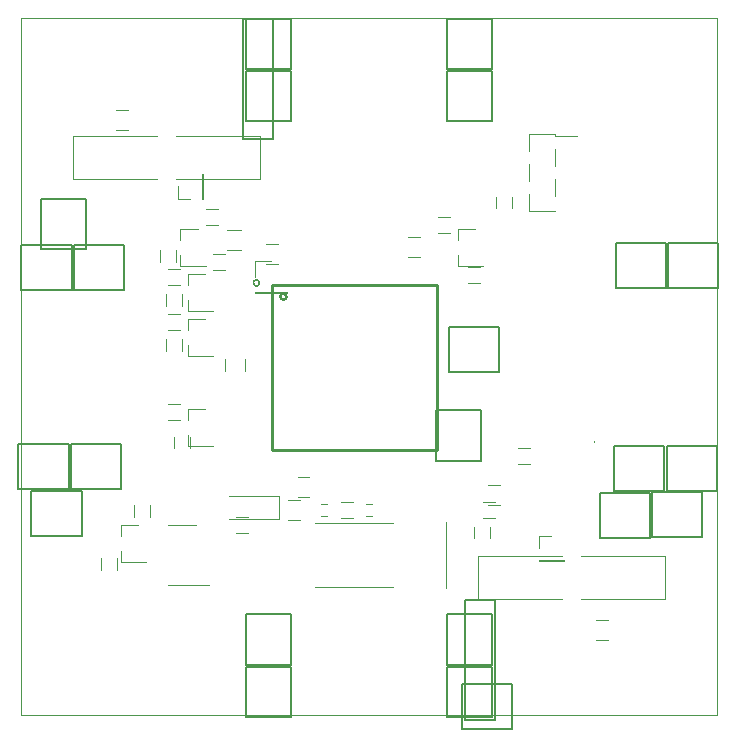
<source format=gto>
G04 #@! TF.FileFunction,Legend,Top*
%FSLAX46Y46*%
G04 Gerber Fmt 4.6, Leading zero omitted, Abs format (unit mm)*
G04 Created by KiCad (PCBNEW 4.0.7) date 01/31/18 21:18:14*
%MOMM*%
%LPD*%
G01*
G04 APERTURE LIST*
%ADD10C,0.152400*%
%ADD11C,0.100000*%
%ADD12C,0.120000*%
%ADD13C,0.150000*%
%ADD14C,0.254000*%
G04 APERTURE END LIST*
D10*
D11*
X14400000Y-73700000D02*
X73300000Y-73700000D01*
X73300000Y-14700000D02*
X73300000Y-73700000D01*
X14400000Y-14700000D02*
X73300000Y-14700000D01*
X14400000Y-73700000D02*
X14400000Y-14700000D01*
X62925000Y-50600000D02*
X62925000Y-50475000D01*
D12*
X53115000Y-60180000D02*
X60215000Y-60180000D01*
X53115000Y-63880000D02*
X60215000Y-63880000D01*
X53115000Y-60180000D02*
X53115000Y-63880000D01*
X68935000Y-63880000D02*
X61835000Y-63880000D01*
X68935000Y-60180000D02*
X61835000Y-60180000D01*
X68935000Y-63880000D02*
X68935000Y-60180000D01*
X64065000Y-65625000D02*
X63065000Y-65625000D01*
X63065000Y-67325000D02*
X64065000Y-67325000D01*
D13*
X63382500Y-54870100D02*
X67632500Y-54870100D01*
X67632500Y-54870100D02*
X67632500Y-57410100D01*
X67632500Y-57410100D02*
X67632500Y-58680100D01*
X67632500Y-58680100D02*
X63382500Y-58680100D01*
X63382500Y-58680100D02*
X63382500Y-54870100D01*
X67797020Y-54814220D02*
X72047020Y-54814220D01*
X72047020Y-54814220D02*
X72047020Y-57354220D01*
X72047020Y-57354220D02*
X72047020Y-58624220D01*
X72047020Y-58624220D02*
X67797020Y-58624220D01*
X67797020Y-58624220D02*
X67797020Y-54814220D01*
X68986000Y-37560000D02*
X64736000Y-37560000D01*
X64736000Y-37560000D02*
X64736000Y-35020000D01*
X64736000Y-35020000D02*
X64736000Y-33750000D01*
X64736000Y-33750000D02*
X68986000Y-33750000D01*
X68986000Y-33750000D02*
X68986000Y-37560000D01*
X37260000Y-14724000D02*
X37260000Y-18974000D01*
X37260000Y-18974000D02*
X34720000Y-18974000D01*
X34720000Y-18974000D02*
X33450000Y-18974000D01*
X33450000Y-18974000D02*
X33450000Y-14724000D01*
X33450000Y-14724000D02*
X37260000Y-14724000D01*
D12*
X40320000Y-55845000D02*
X39820000Y-55845000D01*
X39820000Y-56785000D02*
X40320000Y-56785000D01*
X43630000Y-56785000D02*
X44130000Y-56785000D01*
X44130000Y-55845000D02*
X43630000Y-55845000D01*
X29215000Y-62685000D02*
X26795000Y-62685000D01*
X29215000Y-57565000D02*
X26795000Y-57565000D01*
X30345000Y-62635000D02*
X29215000Y-62635000D01*
X29215000Y-62685000D02*
X29215000Y-62635000D01*
X26795000Y-62685000D02*
X26795000Y-62635000D01*
X29215000Y-57615000D02*
X29215000Y-57565000D01*
X26795000Y-57615000D02*
X26795000Y-57565000D01*
X28515000Y-36320000D02*
X28515000Y-37250000D01*
X28515000Y-39480000D02*
X28515000Y-38550000D01*
X28515000Y-39480000D02*
X30675000Y-39480000D01*
X28515000Y-36320000D02*
X29975000Y-36320000D01*
X51375000Y-32510000D02*
X51375000Y-33440000D01*
X51375000Y-35670000D02*
X51375000Y-34740000D01*
X51375000Y-35670000D02*
X53535000Y-35670000D01*
X51375000Y-32510000D02*
X52835000Y-32510000D01*
X27880000Y-32510000D02*
X27880000Y-33440000D01*
X27880000Y-35670000D02*
X27880000Y-34740000D01*
X27880000Y-35670000D02*
X30040000Y-35670000D01*
X27880000Y-32510000D02*
X29340000Y-32510000D01*
X28515000Y-40130000D02*
X28515000Y-41060000D01*
X28515000Y-43290000D02*
X28515000Y-42360000D01*
X28515000Y-43290000D02*
X30675000Y-43290000D01*
X28515000Y-40130000D02*
X29975000Y-40130000D01*
X28515000Y-47750000D02*
X28515000Y-48680000D01*
X28515000Y-50910000D02*
X28515000Y-49980000D01*
X28515000Y-50910000D02*
X30675000Y-50910000D01*
X28515000Y-47750000D02*
X29975000Y-47750000D01*
X22840000Y-57570000D02*
X22840000Y-58500000D01*
X22840000Y-60730000D02*
X22840000Y-59800000D01*
X22840000Y-60730000D02*
X25000000Y-60730000D01*
X22840000Y-57570000D02*
X24300000Y-57570000D01*
X33585000Y-58265000D02*
X32585000Y-58265000D01*
X32585000Y-56905000D02*
X33585000Y-56905000D01*
X56500000Y-51050000D02*
X57500000Y-51050000D01*
X57500000Y-52410000D02*
X56500000Y-52410000D01*
X55990000Y-29780000D02*
X55990000Y-30780000D01*
X54630000Y-30780000D02*
X54630000Y-29780000D01*
X42475000Y-56995000D02*
X41475000Y-56995000D01*
X41475000Y-55635000D02*
X42475000Y-55635000D01*
X26870000Y-35950000D02*
X27870000Y-35950000D01*
X27870000Y-37310000D02*
X26870000Y-37310000D01*
X49730000Y-31505000D02*
X50730000Y-31505000D01*
X50730000Y-32865000D02*
X49730000Y-32865000D01*
X31045000Y-32230000D02*
X30045000Y-32230000D01*
X30045000Y-30870000D02*
X31045000Y-30870000D01*
X26690000Y-39035000D02*
X26690000Y-38035000D01*
X28050000Y-38035000D02*
X28050000Y-39035000D01*
X31850000Y-32575000D02*
X33050000Y-32575000D01*
X33050000Y-34335000D02*
X31850000Y-34335000D01*
X53209040Y-37116960D02*
X52209040Y-37116960D01*
X52209040Y-35756960D02*
X53209040Y-35756960D01*
X26870000Y-39760000D02*
X27870000Y-39760000D01*
X27870000Y-41120000D02*
X26870000Y-41120000D01*
X26120000Y-35325000D02*
X26120000Y-34325000D01*
X27480000Y-34325000D02*
X27480000Y-35325000D01*
X30680000Y-34680000D02*
X31680000Y-34680000D01*
X31680000Y-36040000D02*
X30680000Y-36040000D01*
X26690000Y-42845000D02*
X26690000Y-41845000D01*
X28050000Y-41845000D02*
X28050000Y-42845000D01*
X26870000Y-47380000D02*
X27870000Y-47380000D01*
X27870000Y-48740000D02*
X26870000Y-48740000D01*
X27370000Y-51110000D02*
X27370000Y-50110000D01*
X28730000Y-50110000D02*
X28730000Y-51110000D01*
X25310000Y-55920000D02*
X25310000Y-56920000D01*
X23950000Y-56920000D02*
X23950000Y-55920000D01*
X21130000Y-61360000D02*
X21130000Y-60360000D01*
X22490000Y-60360000D02*
X22490000Y-61360000D01*
X34645000Y-28320000D02*
X27545000Y-28320000D01*
X34645000Y-24620000D02*
X27545000Y-24620000D01*
X34645000Y-28320000D02*
X34645000Y-24620000D01*
X38030000Y-55465000D02*
X37030000Y-55465000D01*
X37030000Y-57165000D02*
X38030000Y-57165000D01*
X18825000Y-24620000D02*
X25925000Y-24620000D01*
X18825000Y-28320000D02*
X25925000Y-28320000D01*
X18825000Y-24620000D02*
X18825000Y-28320000D01*
X23425000Y-22445000D02*
X22425000Y-22445000D01*
X22425000Y-24145000D02*
X23425000Y-24145000D01*
X33325000Y-44525000D02*
X33325000Y-43525000D01*
X31625000Y-43525000D02*
X31625000Y-44525000D01*
X38800000Y-53500000D02*
X37800000Y-53500000D01*
X37800000Y-55200000D02*
X38800000Y-55200000D01*
X47190000Y-34940000D02*
X48190000Y-34940000D01*
X48190000Y-33240000D02*
X47190000Y-33240000D01*
X36125000Y-33810000D02*
X35125000Y-33810000D01*
X35125000Y-35510000D02*
X36125000Y-35510000D01*
X54950000Y-54200000D02*
X53950000Y-54200000D01*
X53950000Y-55900000D02*
X54950000Y-55900000D01*
X31970000Y-57100000D02*
X36270000Y-57100000D01*
X36270000Y-57100000D02*
X36270000Y-55100000D01*
X36270000Y-55100000D02*
X31970000Y-55100000D01*
X57375000Y-24505000D02*
X59595000Y-24505000D01*
X57375000Y-30975000D02*
X59595000Y-30975000D01*
X59595000Y-25785000D02*
X59595000Y-27155000D01*
X59595000Y-28325000D02*
X59595000Y-29695000D01*
X57375000Y-24515000D02*
X57375000Y-25885000D01*
X59595000Y-24615000D02*
X61425000Y-24615000D01*
X59595000Y-24505000D02*
X59595000Y-24615000D01*
X57375000Y-30865000D02*
X57375000Y-30975000D01*
X57375000Y-27055000D02*
X57375000Y-28425000D01*
X57375000Y-29595000D02*
X57375000Y-30965000D01*
D13*
X14170000Y-50768000D02*
X18420000Y-50768000D01*
X18420000Y-50768000D02*
X18420000Y-53308000D01*
X18420000Y-53308000D02*
X18420000Y-54578000D01*
X18420000Y-54578000D02*
X14170000Y-54578000D01*
X14170000Y-54578000D02*
X14170000Y-50768000D01*
X18615000Y-50768000D02*
X22865000Y-50768000D01*
X22865000Y-50768000D02*
X22865000Y-53308000D01*
X22865000Y-53308000D02*
X22865000Y-54578000D01*
X22865000Y-54578000D02*
X18615000Y-54578000D01*
X18615000Y-54578000D02*
X18615000Y-50768000D01*
X50468000Y-73858000D02*
X50468000Y-69608000D01*
X50468000Y-69608000D02*
X53008000Y-69608000D01*
X53008000Y-69608000D02*
X54278000Y-69608000D01*
X54278000Y-69608000D02*
X54278000Y-73858000D01*
X54278000Y-73858000D02*
X50468000Y-73858000D01*
X50468000Y-69413000D02*
X50468000Y-65163000D01*
X50468000Y-65163000D02*
X53008000Y-65163000D01*
X53008000Y-65163000D02*
X54278000Y-65163000D01*
X54278000Y-65163000D02*
X54278000Y-69413000D01*
X54278000Y-69413000D02*
X50468000Y-69413000D01*
X33450000Y-73858000D02*
X33450000Y-69608000D01*
X33450000Y-69608000D02*
X35990000Y-69608000D01*
X35990000Y-69608000D02*
X37260000Y-69608000D01*
X37260000Y-69608000D02*
X37260000Y-73858000D01*
X37260000Y-73858000D02*
X33450000Y-73858000D01*
X33450000Y-69413000D02*
X33450000Y-65163000D01*
X33450000Y-65163000D02*
X35990000Y-65163000D01*
X35990000Y-65163000D02*
X37260000Y-65163000D01*
X37260000Y-65163000D02*
X37260000Y-69413000D01*
X37260000Y-69413000D02*
X33450000Y-69413000D01*
X54278000Y-14724000D02*
X54278000Y-18974000D01*
X54278000Y-18974000D02*
X51738000Y-18974000D01*
X51738000Y-18974000D02*
X50468000Y-18974000D01*
X50468000Y-18974000D02*
X50468000Y-14724000D01*
X50468000Y-14724000D02*
X54278000Y-14724000D01*
X54278000Y-19169000D02*
X54278000Y-23419000D01*
X54278000Y-23419000D02*
X51738000Y-23419000D01*
X51738000Y-23419000D02*
X50468000Y-23419000D01*
X50468000Y-23419000D02*
X50468000Y-19169000D01*
X50468000Y-19169000D02*
X54278000Y-19169000D01*
X73431000Y-37560000D02*
X69181000Y-37560000D01*
X69181000Y-37560000D02*
X69181000Y-35020000D01*
X69181000Y-35020000D02*
X69181000Y-33750000D01*
X69181000Y-33750000D02*
X73431000Y-33750000D01*
X73431000Y-33750000D02*
X73431000Y-37560000D01*
X68859000Y-54705000D02*
X64609000Y-54705000D01*
X64609000Y-54705000D02*
X64609000Y-52165000D01*
X64609000Y-52165000D02*
X64609000Y-50895000D01*
X64609000Y-50895000D02*
X68859000Y-50895000D01*
X68859000Y-50895000D02*
X68859000Y-54705000D01*
X37260000Y-19169000D02*
X37260000Y-23419000D01*
X37260000Y-23419000D02*
X34720000Y-23419000D01*
X34720000Y-23419000D02*
X33450000Y-23419000D01*
X33450000Y-23419000D02*
X33450000Y-19169000D01*
X33450000Y-19169000D02*
X37260000Y-19169000D01*
X14424000Y-33877000D02*
X18674000Y-33877000D01*
X18674000Y-33877000D02*
X18674000Y-36417000D01*
X18674000Y-36417000D02*
X18674000Y-37687000D01*
X18674000Y-37687000D02*
X14424000Y-37687000D01*
X14424000Y-37687000D02*
X14424000Y-33877000D01*
X18869000Y-33877000D02*
X23119000Y-33877000D01*
X23119000Y-33877000D02*
X23119000Y-36417000D01*
X23119000Y-36417000D02*
X23119000Y-37687000D01*
X23119000Y-37687000D02*
X18869000Y-37687000D01*
X18869000Y-37687000D02*
X18869000Y-33877000D01*
D12*
X54085000Y-57720000D02*
X54085000Y-58720000D01*
X52725000Y-58720000D02*
X52725000Y-57720000D01*
X54540000Y-56995000D02*
X53540000Y-56995000D01*
X53540000Y-55635000D02*
X54540000Y-55635000D01*
X45910000Y-62865000D02*
X39310000Y-62865000D01*
X45910000Y-57385000D02*
X39310000Y-57385000D01*
X50410000Y-62925000D02*
X50410000Y-57325000D01*
D13*
X19524580Y-58512460D02*
X15274580Y-58512460D01*
X15274580Y-58512460D02*
X15274580Y-55972460D01*
X15274580Y-55972460D02*
X15274580Y-54702460D01*
X15274580Y-54702460D02*
X19524580Y-54702460D01*
X19524580Y-54702460D02*
X19524580Y-58512460D01*
D14*
X35610000Y-37250000D02*
X49610000Y-37250000D01*
X49610000Y-37250000D02*
X49610000Y-51250000D01*
X49610000Y-51250000D02*
X35610000Y-51250000D01*
X35610000Y-51250000D02*
X35610000Y-37250000D01*
X36859900Y-38250000D02*
G75*
G03X36859900Y-38250000I-249900J0D01*
G01*
D10*
X34564000Y-37100000D02*
G75*
G03X34564000Y-37100000I-254000J0D01*
G01*
D13*
X73304000Y-54705000D02*
X69054000Y-54705000D01*
X69054000Y-54705000D02*
X69054000Y-52165000D01*
X69054000Y-52165000D02*
X69054000Y-50895000D01*
X69054000Y-50895000D02*
X73304000Y-50895000D01*
X73304000Y-50895000D02*
X73304000Y-54705000D01*
X51992000Y-69056000D02*
X51992000Y-63976000D01*
X51992000Y-63976000D02*
X54532000Y-63976000D01*
X54532000Y-63976000D02*
X54532000Y-74136000D01*
X54532000Y-74136000D02*
X51992000Y-74136000D01*
X51992000Y-74136000D02*
X51992000Y-69056000D01*
X35723300Y-19792700D02*
X35723300Y-24872700D01*
X35723300Y-24872700D02*
X33183300Y-24872700D01*
X33183300Y-24872700D02*
X33183300Y-14712700D01*
X33183300Y-14712700D02*
X35723300Y-14712700D01*
X35723300Y-14712700D02*
X35723300Y-19792700D01*
D12*
X34240900Y-37912100D02*
X36900900Y-37912100D01*
X34240900Y-37852100D02*
X34240900Y-37912100D01*
X36900900Y-37852100D02*
X36900900Y-37912100D01*
X34240900Y-37852100D02*
X36900900Y-37852100D01*
X34240900Y-36582100D02*
X34240900Y-35252100D01*
X34240900Y-35252100D02*
X35570900Y-35252100D01*
X29785600Y-29984000D02*
X29785600Y-27864000D01*
X29725600Y-29984000D02*
X29785600Y-29984000D01*
X29725600Y-27864000D02*
X29785600Y-27864000D01*
X29725600Y-29984000D02*
X29725600Y-27864000D01*
X28725600Y-29984000D02*
X27665600Y-29984000D01*
X27665600Y-29984000D02*
X27665600Y-28924000D01*
X58234500Y-60629100D02*
X60354500Y-60629100D01*
X58234500Y-60569100D02*
X58234500Y-60629100D01*
X60354500Y-60569100D02*
X60354500Y-60629100D01*
X58234500Y-60569100D02*
X60354500Y-60569100D01*
X58234500Y-59569100D02*
X58234500Y-58509100D01*
X58234500Y-58509100D02*
X59294500Y-58509100D01*
D13*
X16101800Y-34234000D02*
X16101800Y-29984000D01*
X16101800Y-29984000D02*
X18641800Y-29984000D01*
X18641800Y-29984000D02*
X19911800Y-29984000D01*
X19911800Y-29984000D02*
X19911800Y-34234000D01*
X19911800Y-34234000D02*
X16101800Y-34234000D01*
X51698500Y-71075300D02*
X55948500Y-71075300D01*
X55948500Y-71075300D02*
X55948500Y-73615300D01*
X55948500Y-73615300D02*
X55948500Y-74885300D01*
X55948500Y-74885300D02*
X51698500Y-74885300D01*
X51698500Y-74885300D02*
X51698500Y-71075300D01*
X53363600Y-47883700D02*
X53363600Y-52133700D01*
X53363600Y-52133700D02*
X50823600Y-52133700D01*
X50823600Y-52133700D02*
X49553600Y-52133700D01*
X49553600Y-52133700D02*
X49553600Y-47883700D01*
X49553600Y-47883700D02*
X53363600Y-47883700D01*
X54863600Y-44646600D02*
X50613600Y-44646600D01*
X50613600Y-44646600D02*
X50613600Y-42106600D01*
X50613600Y-42106600D02*
X50613600Y-40836600D01*
X50613600Y-40836600D02*
X54863600Y-40836600D01*
X54863600Y-40836600D02*
X54863600Y-44646600D01*
M02*

</source>
